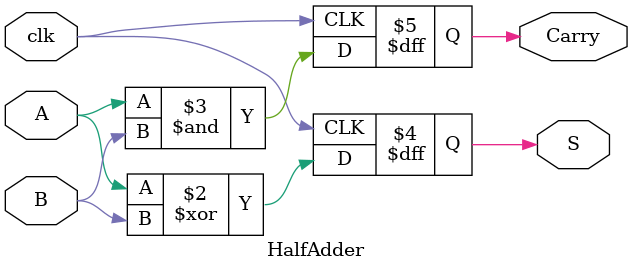
<source format=v>
module HalfAdder(
		input A,
		input B,
		input clk,
		output reg S,
		output reg Carry
		);
always @ (posedge clk)
	begin
		S = A ^ B;
		Carry = A & B;
	end
endmodule

</source>
